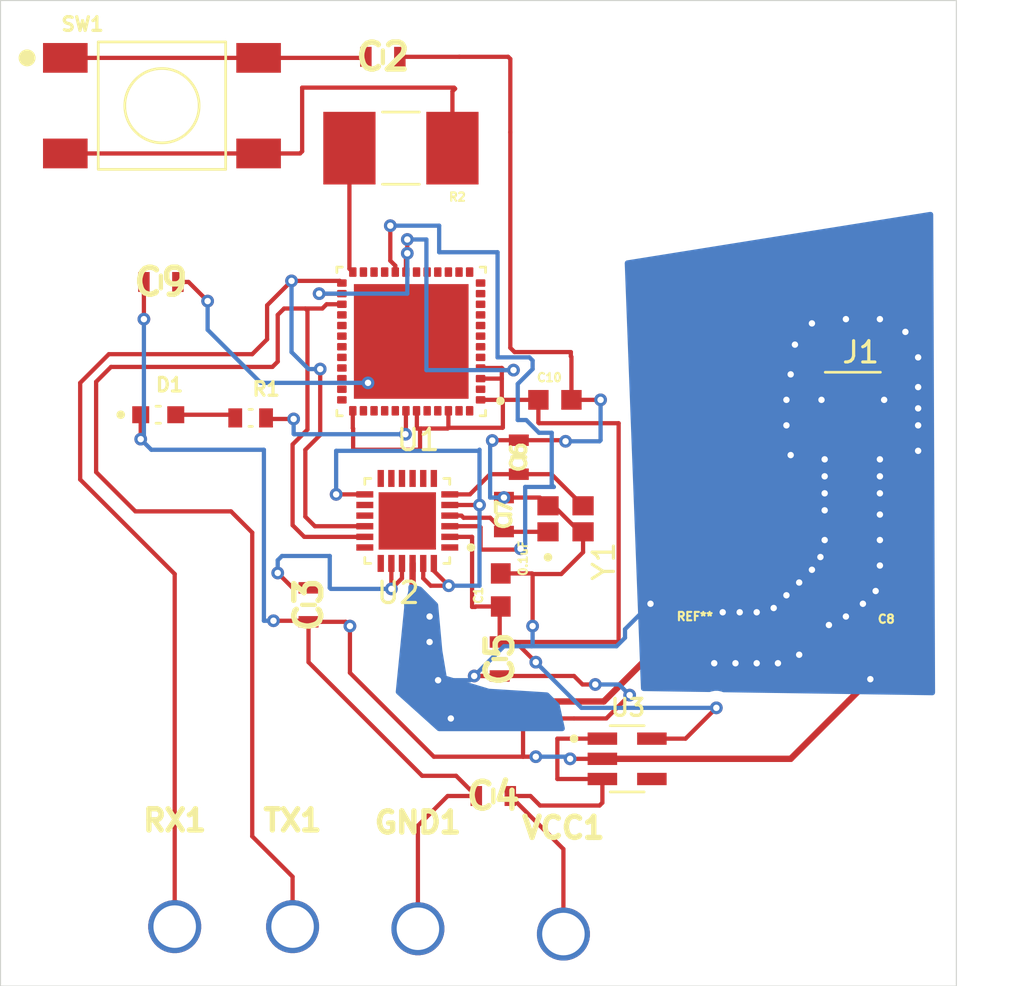
<source format=kicad_pcb>
(kicad_pcb (version 20241229) (generator "pcbnew") (generator_version "9.0")
  (layers (0 "F.Cu" signal) (2 "B.Cu" signal) (13 "F.Paste" user) (15 "B.Paste" user) (5 "F.SilkS" user "F.Silkscreen") (7 "B.SilkS" user "B.Silkscreen") (1 "F.Mask" user) (3 "B.Mask" user) (25 "Edge.Cuts" user))
  (net 0 "")
  (net 3 "Net-(D1-PadA)")
  (net 4 "ESP_GROUND")
  (net 9 "VCC")
  (net 11 "Pico_VDD")
  (net 26 "Net-(U1-GND)")
  (net 34 "Net-(C2-Pad2)")
  (net 42 "Net-(C3-Pad2)")
  (net 43 "UFL_Connector")
  (net 48 "SX1280_Crystal")
  (net 57 "ESP_RX")
  (net 58 "Button_GPIO")
  (net 59 "Net-(U1-IO4)")
  (net 60 "ESP_TX")
  (net 61 "SX1280_RESET")
  (net 62 "Net-(U2-RFIO)")
  (net 63 "Net-(U1-IO21)")
  (footprint "PAD:Via_Pad" (layer "F.Cu") (at 254.35 116.1)
    (property "Reference" "TX1")
    (property "Value" "~")
  )
  (footprint "Capacitor10uF:Capacitor10uF" (layer "F.Cu") (at 255.1 105.45 90)
    (property "Reference" "C3")
    (property "Value" "10uF" (hide yes))
  )
  (footprint "Decoup-Capacitor-0_1uF:Decoup_Capacitor_0_1uF" (layer "F.Cu") (at 266.7 95.8)
    (property "Reference" "C10")
    (property "Value" "0.1uF")
  )
  (footprint "ESP32-PICO-D4:ESP32_PICO_D4" (layer "F.Cu") (at 259.935 93.05 180)
    (property "Reference" "U1")
    (property "Value" "ESP32-PICO-D4")
  )
  (footprint "3_3nH_Inductor:Inductor_3_3nH" (layer "F.Cu") (at 273 107)
    (property "Reference" "REF**")
    (property "Value" "INDC1006X60N")
  )
  (footprint "SX1280IMLTRT:SX1280IMLTRT" (layer "F.Cu") (at 259.75 101.5 180)
    (property "Reference" "U2")
    (property "Value" "SX1280IMLTRT")
  )
  (footprint "Decoup-Capacitor-0_1uF:Decoup_Capacitor_0_1uF" (layer "F.Cu") (at 264.15 104.75 90)
    (property "Reference" "C1")
    (property "Value" "0.1uF")
  )
  (footprint "Capacitor-1_2pF:Capacitor_1_2pF" (layer "F.Cu") (at 282 107)
    (property "Reference" "C8")
    (property "Value" "1.2 pF")
  )
  (footprint "Crysta-RF-40MHz:Crysta_RF_40MHz" (layer "F.Cu") (at 267.2 101.4 90)
    (property "Reference" "Y1")
    (property "Value" "Crystal")
  )
  (footprint "PAD:Via_Pad" (layer "F.Cu") (at 260.25 116.2)
    (property "Reference" "GND1")
    (property "Value" "~")
  )
  (footprint "Capacitor10uF:Capacitor10uF" (layer "F.Cu") (at 264.3 101.2 90)
    (property "Reference" "C7")
    (property "Value" "10uF" (hide yes))
  )
  (footprint "Capacitor10uF:Capacitor10uF" (layer "F.Cu") (at 265 98.5 90)
    (property "Reference" "C6")
    (property "Value" "10uF" (hide yes))
  )
  (footprint "Capacitor10uF:Capacitor10uF" (layer "F.Cu") (at 264.1 108 -90)
    (property "Reference" "C5")
    (property "Value" "10uF" (hide yes))
  )
  (footprint "Capacitor10uF:Capacitor10uF" (layer "F.Cu") (at 258.6 79.65 180)
    (property "Reference" "C2")
    (property "Value" "10uF" (hide yes))
  )
  (footprint "U.FL-R-SMT_01_:U.FL_R_SMT_01" (layer "F.Cu") (at 280.725 95.8)
    (property "Reference" "J1")
    (property "Value" "U.FL-R-SMT_01_")
  )
  (footprint "Capacitor10uF:Capacitor10uF" (layer "F.Cu") (at 248.15 90.25 180)
    (property "Reference" "C9")
    (property "Value" "10uF" (hide yes))
  )
  (footprint "PAD:Via_Pad" (layer "F.Cu") (at 248.8 116.1)
    (property "Reference" "RX1")
    (property "Value" "~")
  )
  (footprint "10kResist:10kResist" (layer "F.Cu") (at 252.375 96.65)
    (property "Reference" "R1")
    (property "Value" "10k_Resist")
  )
  (footprint "LDO-3v-500mA:LDO_3v_500mA" (layer "F.Cu") (at 270.1 112.7)
    (property "Reference" "U3")
    (property "Value" "LDO")
  )
  (footprint "PAD:Via_Pad" (layer "F.Cu") (at 267.1 116.45)
    (property "Reference" "VCC1")
    (property "Value" "~")
  )
  (footprint "1kResist:1kResist" (layer "F.Cu") (at 259.45 83.95 180)
    (property "Reference" "R2")
    (property "Value" "1KOhms")
  )
  (footprint "boot-button1:boot_button1" (layer "F.Cu") (at 248.2 81.95)
    (property "Reference" "SW1")
    (property "Value" "Button")
  )
  (footprint "Capacitor10uF:Capacitor10uF" (layer "F.Cu") (at 263.8 114.45 180)
    (property "Reference" "C4")
    (property "Value" "10uF" (hide yes))
  )
  (footprint "LED_SML_D12M1WT86:LED_SML_D12M1WT86" (layer "F.Cu") (at 248.025 96.5)
    (property "Reference" "D1")
    (property "Value" "LED")
  )
  (gr_rect (start 240.6 77) (end 285.6 123.4) (stroke (width 0.05)) (fill no) (layer "Edge.Cuts"))
  (segment (start 251.5 96.5) (end 251.65 96.65) (width 0.2) (layer "F.Cu") (net 3))
  (segment (start 248.85 96.5) (end 251.5 96.5) (width 0.2) (layer "F.Cu") (net 3))
  (segment (start 280.55 109.95) (end 281.55 108.95) (width 0.3) (layer "F.Cu") (net 4))
  (segment (start 279.25 95.8) (end 279.25 93.35) (width 0.3) (layer "F.Cu") (net 4))
  (segment (start 265 97.7) (end 263.765 97.7) (width 0.2) (layer "F.Cu") (net 4))
  (segment (start 260.45 113.5) (end 262.05 113.5) (width 0.2) (layer "F.Cu") (net 4))
  (segment (start 267.6 110.8) (end 265.6 110.8) (width 0.2) (layer "F.Cu") (net 4))
  (segment (start 267.2 97.75) (end 267.15 97.7) (width 0.2) (layer "F.Cu") (net 4))
  (segment (start 262.2 79.65) (end 264.5 79.65) (width 0.2) (layer "F.Cu") (net 4))
  (segment (start 279.4 93.2) (end 281.4 93.2) (width 0.3) (layer "F.Cu") (net 4))
  (segment (start 255.05 106.2) (end 255.1 106.25) (width 0.2) (layer "F.Cu") (net 4))
  (segment (start 267 104) (end 265.65 104) (width 0.2) (layer "F.Cu") (net 4))
  (segment (start 267.15 97.7) (end 265 97.7) (width 0.2) (layer "F.Cu") (net 4))
  (segment (start 264.8 93.55) (end 267.45 93.55) (width 0.2) (layer "F.Cu") (net 4))
  (segment (start 268.025 102.975) (end 267 104) (width 0.2) (layer "F.Cu") (net 4))
  (segment (start 257.05 106.45) (end 256.85 106.25) (width 0.2) (layer "F.Cu") (net 4))
  (segment (start 265.622 103.972) (end 265.65 104) (width 0.2) (layer "F.Cu") (net 4))
  (segment (start 268 109.2) (end 268.6 109.2) (width 0.2) (layer "F.Cu") (net 4))
  (segment (start 274.2 105.4) (end 274.6 105.8) (width 0.2) (layer "F.Cu") (net 4))
  (segment (start 265.2 111.2) (end 265.2 112.6) (width 0.2) (layer "F.Cu") (net 4))
  (segment (start 261 112.6) (end 265.2 112.6) (width 0.2) (layer "F.Cu") (net 4))
  (segment (start 281.4 93.2) (end 281.6 93) (width 0.3) (layer "F.Cu") (net 4))
  (segment (start 271.2 105.4) (end 274.2 105.4) (width 0.2) (layer "F.Cu") (net 4))
  (segment (start 270.219238 109.700001) (end 269.119239 110.8) (width 0.2) (layer "F.Cu") (net 4))
  (segment (start 264.6 83.2) (end 264.6 93.35) (width 0.2) (layer "F.Cu") (net 4))
  (segment (start 253.45 106.2) (end 255.05 106.2) (width 0.2) (layer "F.Cu") (net 4))
  (segment (start 269.119239 110.8) (end 267.6 110.8) (width 0.2) (layer "F.Cu") (net 4))
  (segment (start 279.25 95.8) (end 279 95.8) (width 0.3) (layer "F.Cu") (net 4))
  (segment (start 259.4 79.65) (end 262.2 79.65) (width 0.2) (layer "F.Cu") (net 4))
  (segment (start 257.05 106.45) (end 257.05 108.65) (width 0.2) (layer "F.Cu") (net 4))
  (segment (start 279.25 93.35) (end 279.4 93.2) (width 0.3) (layer "F.Cu") (net 4))
  (segment (start 264.15 103.972) (end 265.622 103.972) (width 0.2) (layer "F.Cu") (net 4))
  (segment (start 263.765 97.7) (end 263.75 97.715) (width 0.2) (layer "F.Cu") (net 4))
  (segment (start 262.05 113.5) (end 263 114.45) (width 0.2) (layer "F.Cu") (net 4))
  (segment (start 255.1 106.25) (end 255.1 108.15) (width 0.2) (layer "F.Cu") (net 4))
  (segment (start 283.4 95.8) (end 283.8 96.2) (width 0.3) (layer "F.Cu") (net 4))
  (segment (start 264.3 100.4) (end 265.9875 100.4) (width 0.2) (layer "F.Cu") (net 4))
  (segment (start 281.6 93) (end 282.2 93) (width 0.3) (layer "F.Cu") (net 4))
  (segment (start 265.2 112.6) (end 265.8 112.6) (width 0.2) (layer "F.Cu") (net 4))
  (segment (start 264.6 93.35) (end 264.8 93.55) (width 0.2) (layer "F.Cu") (net 4))
  (segment (start 267.478 95.8) (end 268.85 95.8) (width 0.2) (layer "F.Cu") (net 4))
  (segment (start 247.2 96.5) (end 247.2 97.65) (width 0.2) (layer "F.Cu") (net 4))
  (segment (start 265.65 104) (end 265.65 106.45) (width 0.2) (layer "F.Cu") (net 4))
  (segment (start 260.25 115.85) (end 261.65 114.45) (width 0.2) (layer "F.Cu") (net 4))
  (segment (start 265.6 110.8) (end 265.2 111.2) (width 0.2) (layer "F.Cu") (net 4))
  (segment (start 268.025 102.0125) (end 268.025 102.975) (width 0.2) (layer "F.Cu") (net 4))
  (segment (start 257.05 108.65) (end 261 112.6) (width 0.2) (layer "F.Cu") (net 4))
  (segment (start 262.9 108.8) (end 267.6 108.8) (width 0.2) (layer "F.Cu") (net 4))
  (segment (start 267.478 93.778) (end 267.478 95.8) (width 0.2) (layer "F.Cu") (net 4))
  (segment (start 267.45 93.55) (end 267.45 93.75) (width 0.2) (layer "F.Cu") (net 4))
  (segment (start 255.1 108.15) (end 260.45 113.5) (width 0.2) (layer "F.Cu") (net 4))
  (segment (start 268.935 112.7) (end 267.415 112.7) (width 0.2) (layer "F.Cu") (net 4))
  (segment (start 266.6375 100.7875) (end 267.8625 102.0125) (width 0.2) (layer "F.Cu") (net 4))
  (segment (start 266.375 100.7875) (end 266.6375 100.7875) (width 0.2) (layer "F.Cu") (net 4))
  (segment (start 260.25 115.85) (end 260.25 120.7) (width 0.2) (layer "F.Cu") (net 4))
  (segment (start 281.55 108.95) (end 282.427 108.073) (width 0.3) (layer "F.Cu") (net 4))
  (segment (start 264.5 79.65) (end 264.6 79.75) (width 0.2) (layer "F.Cu") (net 4))
  (segment (start 279 95.8) (end 277.8 94.6) (width 0.3) (layer "F.Cu") (net 4))
  (segment (start 256.85 106.25) (end 255.1 106.25) (width 0.2) (layer "F.Cu") (net 4))
  (segment (start 264.6 79.75) (end 264.6 83.2) (width 0.2) (layer "F.Cu") (net 4))
  (segment (start 282.2 95.8) (end 283.4 95.8) (width 0.3) (layer "F.Cu") (net 4))
  (segment (start 267.8625 102.0125) (end 268.025 102.0125) (width 0.2) (layer "F.Cu") (net 4))
  (segment (start 268.935 112.7) (end 277.8 112.7) (width 0.3) (layer "F.Cu") (net 4))
  (segment (start 282.2 93) (end 282.2 95.8) (width 0.3) (layer "F.Cu") (net 4))
  (segment (start 247.35 90.25) (end 247.35 92) (width 0.2) (layer "F.Cu") (net 4))
  (segment (start 282.427 108.073) (end 282.427 107) (width 0.3) (layer "F.Cu") (net 4))
  (segment (start 264.1 108.8) (end 262.9 108.8) (width 0.2) (layer "F.Cu") (net 4))
  (segment (start 267.45 93.75) (end 267.478 93.778) (width 0.2) (layer "F.Cu") (net 4))
  (segment (start 265.9875 100.4) (end 266.375 100.7875) (width 0.2) (layer "F.Cu") (net 4))
  (segment (start 261.65 114.45) (end 263 114.45) (width 0.2) (layer "F.Cu") (net 4))
  (segment (start 277.8 112.7) (end 280.55 109.95) (width 0.3) (layer "F.Cu") (net 4))
  (segment (start 267.6 108.8) (end 268 109.2) (width 0.2) (layer "F.Cu") (net 4))
  (via (at 263.75 97.715) (size 0.6) (drill 0.3) (layers "F.Cu" "B.Cu") (net 4))
  (via (at 260.8 106) (size 0.6) (drill 0.3) (layers "F.Cu" "B.Cu") (net 4))
  (via (at 277.2 108.2) (size 0.6) (drill 0.3) (layers "F.Cu" "B.Cu") (net 4))
  (via (at 274.2 108.2) (size 0.6) (drill 0.3) (layers "F.Cu" "B.Cu") (net 4))
  (via (at 283.8 95.2) (size 0.6) (drill 0.3) (layers "F.Cu" "B.Cu") (net 4))
  (via (at 282 98.6) (size 0.6) (drill 0.3) (layers "F.Cu" "B.Cu") (net 4))
  (via (at 276.2 105.8) (size 0.6) (drill 0.3) (layers "F.Cu" "B.Cu") (net 4))
  (via (at 278.2 107.8) (size 0.6) (drill 0.3) (layers "F.Cu" "B.Cu") (net 4))
  (via (at 277.8 98.4) (size 0.6) (drill 0.3) (layers "F.Cu" "B.Cu") (net 4))
  (via (at 282 92) (size 0.6) (drill 0.3) (layers "F.Cu" "B.Cu") (net 4))
  (via (at 253.45 106.2) (size 0.6) (drill 0.3) (layers "F.Cu" "B.Cu") (net 4))
  (via (at 270.219238 109.700001) (size 0.6) (drill 0.3) (layers "F.Cu" "B.Cu") (net 4))
  (via (at 283.8 98.2) (size 0.6) (drill 0.3) (layers "F.Cu" "B.Cu") (net 4))
  (via (at 280.4 92) (size 0.6) (drill 0.3) (layers "F.Cu" "B.Cu") (net 4))
  (via (at 247.2 97.65) (size 0.6) (drill 0.3) (layers "F.Cu" "B.Cu") (net 4))
  (via (at 277.6 95.8) (size 0.6) (drill 0.3) (layers "F.Cu" "B.Cu") (net 4))
  (via (at 283.8 97) (size 0.6) (drill 0.3) (layers "F.Cu" "B.Cu") (net 4))
  (via (at 262.9 108.8) (size 0.6) (drill 0.3) (layers "F.Cu" "B.Cu") (net 4))
  (via (at 275.2 108.2) (size 0.6) (drill 0.3) (layers "F.Cu" "B.Cu") (net 4))
  (via (at 257.05 106.45) (size 0.6) (drill 0.3) (layers "F.Cu" "B.Cu") (net 4))
  (via (at 282 101.2) (size 0.6) (drill 0.3) (layers "F.Cu" "B.Cu") (net 4))
  (via (at 279.25 95.8) (size 0.6) (drill 0.3) (layers "F.Cu" "B.Cu") (net 4))
  (via (at 279.2 103.2) (size 0.6) (drill 0.3) (layers "F.Cu" "B.Cu") (net 4))
  (via (at 282 102.4) (size 0.6) (drill 0.3) (layers "F.Cu" "B.Cu") (net 4))
  (via (at 283.2 92.6) (size 0.6) (drill 0.3) (layers "F.Cu" "B.Cu") (net 4))
  (via (at 277.8 94.6) (size 0.6) (drill 0.3) (layers "F.Cu" "B.Cu") (net 4))
  (via (at 277.6 105) (size 0.6) (drill 0.3) (layers "F.Cu" "B.Cu") (net 4))
  (via (at 261.8 110.8) (size 0.6) (drill 0.3) (layers "F.Cu" "B.Cu") (net 4))
  (via (at 271.2 105.4) (size 0.6) (drill 0.3) (layers "F.Cu" "B.Cu") (net 4))
  (via (at 277 105.6) (size 0.6) (drill 0.3) (layers "F.Cu" "B.Cu") (net 4))
  (via (at 277.6 97) (size 0.6) (drill 0.3) (layers "F.Cu" "B.Cu") (net 4))
  (via (at 267.2 97.75) (size 0.6) (drill 0.3) (layers "F.Cu" "B.Cu") (net 4))
  (via (at 279.4 102.4) (size 0.6) (drill 0.3) (layers "F.Cu" "B.Cu") (net 4))
  (via (at 247.35 92) (size 0.6) (drill 0.3) (layers "F.Cu" "B.Cu") (net 4))
  (via (at 279.4 99.4) (size 0.6) (drill 0.3) (layers "F.Cu" "B.Cu") (net 4))
  (via (at 282 99.4) (size 0.6) (drill 0.3) (layers "F.Cu" "B.Cu") (net 4))
  (via (at 280.4 106) (size 0.6) (drill 0.3) (layers "F.Cu" "B.Cu") (net 4))
  (via (at 283.8 96.2) (size 0.6) (drill 0.3) (layers "F.Cu" "B.Cu") (net 4))
  (via (at 278.8 92.2) (size 0.6) (drill 0.3) (layers "F.Cu" "B.Cu") (net 4))
  (via (at 261.2 109) (size 0.6) (drill 0.3) (layers "F.Cu" "B.Cu") (net 4))
  (via (at 265.8 112.6) (size 0.6) (drill 0.3) (layers "F.Cu" "B.Cu") (net 4))
  (via (at 279.4 100.2) (size 0.6) (drill 0.3) (layers "F.Cu" "B.Cu") (net 4))
  (via (at 275.4 105.8) (size 0.6) (drill 0.3) (layers "F.Cu" "B.Cu") (net 4))
  (via (at 279.4 98.6) (size 0.6) (drill 0.3) (layers "F.Cu" "B.Cu") (net 4))
  (via (at 267.415 112.7) (size 0.6) (drill 0.3) (layers "F.Cu" "B.Cu") (net 4))
  (via (at 282.2 95.8) (size 0.6) (drill 0.3) (layers "F.Cu" "B.Cu") (net 4))
  (via (at 278.2 104.4) (size 0.6) (drill 0.3) (layers "F.Cu" "B.Cu") (net 4))
  (via (at 265.65 106.45) (size 0.6) (drill 0.3) (layers "F.Cu" "B.Cu") (net 4))
  (via (at 282 103.6) (size 0.6) (drill 0.3) (layers "F.Cu" "B.Cu") (net 4))
  (via (at 281.55 108.95) (size 0.6) (drill 0.3) (layers "F.Cu" "B.Cu") (net 4))
  (via (at 279.6 106.4) (size 0.6) (drill 0.3) (layers "F.Cu" "B.Cu") (net 4))
  (via (at 278 93.2) (size 0.6) (drill 0.3) (layers "F.Cu" "B.Cu") (net 4))
  (via (at 276.2 108.2) (size 0.6) (drill 0.3) (layers "F.Cu" "B.Cu") (net 4))
  (via (at 282 100.2) (size 0.6) (drill 0.3) (layers "F.Cu" "B.Cu") (net 4))
  (via (at 281.2 105.4) (size 0.6) (drill 0.3) (layers "F.Cu" "B.Cu") (net 4))
  (via (at 264.3 100.4) (size 0.6) (drill 0.3) (layers "F.Cu" "B.Cu") (net 4))
  (via (at 283.8 93.8) (size 0.6) (drill 0.3) (layers "F.Cu" "B.Cu") (net 4))
  (via (at 279.4 101) (size 0.6) (drill 0.3) (layers "F.Cu" "B.Cu") (net 4))
  (via (at 274.6 105.8) (size 0.6) (drill 0.3) (layers "F.Cu" "B.Cu") (net 4))
  (via (at 268.85 95.8) (size 0.6) (drill 0.3) (layers "F.Cu" "B.Cu") (net 4))
  (via (at 278.8 103.8) (size 0.6) (drill 0.3) (layers "F.Cu" "B.Cu") (net 4))
  (via (at 268.6 109.2) (size 0.6) (drill 0.3) (layers "F.Cu" "B.Cu") (net 4))
  (via (at 260.8 107.2) (size 0.6) (drill 0.3) (layers "F.Cu" "B.Cu") (net 4))
  (via (at 281.8 104.8) (size 0.6) (drill 0.3) (layers "F.Cu" "B.Cu") (net 4))
  (segment (start 268.85 97.7) (end 268.8 97.75) (width 0.2) (layer "B.Cu") (net 4))
  (segment (start 263.65 97.815) (end 263.65 100.4) (width 0.2) (layer "B.Cu") (net 4))
  (segment (start 265.65 106.45) (end 265.65 107.35) (width 0.2) (layer "B.Cu") (net 4))
  (segment (start 247.35 97.5) (end 247.2 97.65) (width 0.2) (layer "B.Cu") (net 4))
  (segment (start 247.2 97.65) (end 247.7 98.15) (width 0.2) (layer "B.Cu") (net 4))
  (segment (start 262.7 109) (end 262.9 108.8) (width 0.2) (layer "B.Cu") (net 4))
  (segment (start 268.6 109.2) (end 269.719237 109.2) (width 0.2) (layer "B.Cu") (net 4))
  (segment (start 247.7 98.15) (end 253 98.15) (width 0.2) (layer "B.Cu") (net 4))
  (segment (start 268.85 95.8) (end 268.85 97.7) (width 0.2) (layer "B.Cu") (net 4))
  (segment (start 270 106.6) (end 271.2 105.4) (width 0.2) (layer "B.Cu") (net 4))
  (segment (start 265.8 112.6) (end 267.315 112.6) (width 0.2) (layer "B.Cu") (net 4))
  (segment (start 269.719237 109.2) (end 270.219238 109.700001) (width 0.2) (layer "B.Cu") (net 4))
  (segment (start 253 106.2) (end 253.45 106.2) (width 0.2) (layer "B.Cu") (net 4))
  (segment (start 247.35 92) (end 247.35 97.5) (width 0.2) (layer "B.Cu") (net 4))
  (segment (start 268.8 97.75) (end 267.2 97.75) (width 0.2) (layer "B.Cu") (net 4))
  (segment (start 270 107) (end 270 106.6) (width 0.2) (layer "B.Cu") (net 4))
  (segment (start 265.65 107.35) (end 265.6 107.4) (width 0.2) (layer "B.Cu") (net 4))
  (segment (start 263.65 100.4) (end 264.3 100.4) (width 0.2) (layer "B.Cu") (net 4))
  (segment (start 261.2 109) (end 262.7 109) (width 0.2) (layer "B.Cu") (net 4))
  (segment (start 263.75 97.715) (end 263.65 97.815) (width 0.2) (layer "B.Cu") (net 4))
  (segment (start 253 98.15) (end 253 106.2) (width 0.2) (layer "B.Cu") (net 4))
  (segment (start 264.3 107.4) (end 265.6 107.4) (width 0.2) (layer "B.Cu") (net 4))
  (segment (start 267.315 112.6) (end 267.415 112.7) (width 0.2) (layer "B.Cu") (net 4))
  (segment (start 269.6 107.4) (end 270 107) (width 0.2) (layer "B.Cu") (net 4))
  (segment (start 262.9 108.8) (end 264.3 107.4) (width 0.2) (layer "B.Cu") (net 4))
  (segment (start 257.05 106.45) (end 256.95 106.55) (width 0.2) (layer "B.Cu") (net 4))
  (segment (start 265.6 107.4) (end 269.6 107.4) (width 0.2) (layer "B.Cu") (net 4))
  (segment (start 268.935 114.765) (end 268.8 114.9) (width 0.2) (layer "F.Cu") (net 9))
  (segment (start 265.55 114.45) (end 264.6 114.45) (width 0.2) (layer "F.Cu") (net 9))
  (segment (start 268.8 114.9) (end 266 114.9) (width 0.2) (layer "F.Cu") (net 9))
  (segment (start 268.935 113.65) (end 268.935 114.765) (width 0.2) (layer "F.Cu") (net 9))
  (segment (start 268.935 111.75) (end 266.815 111.75) (width 0.2) (layer "F.Cu") (net 9))
  (segment (start 266.815 111.75) (end 266.815 113.65) (width 0.2) (layer "F.Cu") (net 9))
  (segment (start 264.6 114.45) (end 267.1 116.95) (width 0.2) (layer "F.Cu") (net 9))
  (segment (start 266 114.9) (end 265.55 114.45) (width 0.2) (layer "F.Cu") (net 9))
  (segment (start 266.815 113.65) (end 268.935 113.65) (width 0.2) (layer "F.Cu") (net 9))
  (segment (start 267.1 116.95) (end 267.1 120.95) (width 0.2) (layer "F.Cu") (net 9))
  (segment (start 262.8 102.25) (end 262.8 105.55) (width 0.2) (layer "F.Cu") (net 11))
  (segment (start 264.2 94.8) (end 264.2 95.8) (width 0.2) (layer "F.Cu") (net 11))
  (segment (start 272.85 111.75) (end 271.265 111.75) (width 0.2) (layer "F.Cu") (net 11))
  (segment (start 260.4 97.15) (end 261.65 97.15) (width 0.2) (layer "F.Cu") (net 11))
  (segment (start 257.2 97.15) (end 257.2 98.15) (width 0.2) (layer "F.Cu") (net 11))
  (segment (start 262.972 105.528) (end 264.15 105.528) (width 0.2) (layer "F.Cu") (net 11))
  (segment (start 265.922 96.872) (end 265.922 95.8) (width 0.2) (layer "F.Cu") (net 11))
  (segment (start 264.3 94.4) (end 264.2 94.3) (width 0.2) (layer "F.Cu") (net 11))
  (segment (start 264.1 107.2) (end 264.85 107.2) (width 0.2) (layer "F.Cu") (net 11))
  (segment (start 259.75 88.9) (end 259.75 88.25) (width 0.2) (layer "F.Cu") (net 11))
  (segment (start 264.235 97.115) (end 264.25 97.1) (width 0.2) (layer "F.Cu") (net 11))
  (segment (start 264.1 105.578) (end 264.15 105.528) (width 0.2) (layer "F.Cu") (net 11))
  (segment (start 264.75 94.4) (end 264.3 94.4) (width 0.2) (layer "F.Cu") (net 11))
  (segment (start 264.1 107.2) (end 269.7 107.2) (width 0.2) (layer "F.Cu") (net 11))
  (segment (start 260.2 97.15) (end 260.4 97.15) (width 0.2) (layer "F.Cu") (net 11))
  (segment (start 260.185 96.315) (end 260.2 96.33) (width 0.2) (layer "F.Cu") (net 11))
  (segment (start 261.685 97.115) (end 261.685 96.315) (width 0.2) (layer "F.Cu") (net 11))
  (segment (start 260.35 97.2) (end 260.4 97.15) (width 0.2) (layer "F.Cu") (net 11))
  (segment (start 259.685 88.965) (end 259.685 89.785) (width 0.2) (layer "F.Cu") (net 11))
  (segment (start 259.75 88.9) (end 259.685 88.965) (width 0.2) (layer "F.Cu") (net 11))
  (segment (start 263.2 95.8) (end 264.2 95.8) (width 0.2) (layer "F.Cu") (net 11))
  (segment (start 262.8 105.55) (end 262.95 105.55) (width 0.2) (layer "F.Cu") (net 11))
  (segment (start 257.185 96.315) (end 257.185 97.135) (width 0.2) (layer "F.Cu") (net 11))
  (segment (start 274.3 110.3) (end 272.85 111.75) (width 0.2) (layer "F.Cu") (net 11))
  (segment (start 269.7 107.2) (end 269.7 96.9) (width 0.2) (layer "F.Cu") (net 11))
  (segment (start 264.1 107.2) (end 264.1 105.578) (width 0.2) (layer "F.Cu") (net 11))
  (segment (start 260.2 96.33) (end 260.2 97.15) (width 0.2) (layer "F.Cu") (net 11))
  (segment (start 265.95 96.9) (end 265.922 96.872) (width 0.2) (layer "F.Cu") (net 11))
  (segment (start 261.685 97.115) (end 264.235 97.115) (width 0.2) (layer "F.Cu") (net 11))
  (segment (start 257.185 97.135) (end 257.2 97.15) (width 0.2) (layer "F.Cu") (net 11))
  (segment (start 264.25 95.85) (end 264.2 95.8) (width 0.2) (layer "F.Cu") (net 11))
  (segment (start 256.67 90.8) (end 255.6 90.8) (width 0.2) (layer "F.Cu") (net 11))
  (segment (start 257.2 98.15) (end 260.35 98.15) (width 0.2) (layer "F.Cu") (net 11))
  (segment (start 261.75 102.25) (end 262.8 102.25) (width 0.2) (layer "F.Cu") (net 11))
  (segment (start 264.2 94.3) (end 264.2 94.8) (width 0.2) (layer "F.Cu") (net 11))
  (segment (start 262.95 105.55) (end 262.972 105.528) (width 0.2) (layer "F.Cu") (net 11))
  (segment (start 260.35 98.15) (end 260.35 97.2) (width 0.2) (layer "F.Cu") (net 11))
  (segment (start 264.85 107.2) (end 265.8 108.15) (width 0.2) (layer "F.Cu") (net 11))
  (segment (start 264.25 97.1) (end 264.25 95.85) (width 0.2) (layer "F.Cu") (net 11))
  (segment (start 263.2 94.3) (end 264.2 94.3) (width 0.2) (layer "F.Cu") (net 11))
  (segment (start 261.65 97.15) (end 261.685 97.115) (width 0.2) (layer "F.Cu") (net 11))
  (segment (start 269.7 96.9) (end 265.95 96.9) (width 0.2) (layer "F.Cu") (net 11))
  (segment (start 263.2 94.8) (end 264.2 94.8) (width 0.2) (layer "F.Cu") (net 11))
  (segment (start 264.2 95.8) (end 265.922 95.8) (width 0.2) (layer "F.Cu") (net 11))
  (via (at 259.75 88.25) (size 0.6) (drill 0.3) (layers "F.Cu" "B.Cu") (net 11))
  (via (at 255.6 90.8) (size 0.6) (drill 0.3) (layers "F.Cu" "B.Cu") (net 11))
  (via (at 265.8 108.15) (size 0.6) (drill 0.3) (layers "F.Cu" "B.Cu") (net 11))
  (via (at 264.75 94.4) (size 0.6) (drill 0.3) (layers "F.Cu" "B.Cu") (net 11))
  (via (at 274.3 110.3) (size 0.6) (drill 0.3) (layers "F.Cu" "B.Cu") (net 11))
  (via (at 259.75 88.9) (size 0.6) (drill 0.3) (layers "F.Cu" "B.Cu") (net 11))
  (segment (start 259.75 90.8) (end 259.75 89.8) (width 0.2) (layer "B.Cu") (net 11))
  (segment (start 259.75 89.8) (end 259.75 88.9) (width 0.2) (layer "B.Cu") (net 11))
  (segment (start 260.65 94.4) (end 264.75 94.4) (width 0.2) (layer "B.Cu") (net 11))
  (segment (start 259.75 88.25) (end 260.65 88.25) (width 0.2) (layer "B.Cu") (net 11))
  (segment (start 265.8 108.15) (end 267.95 110.3) (width 0.2) (layer "B.Cu") (net 11))
  (segment (start 267.95 110.3) (end 274.3 110.3) (width 0.2) (layer "B.Cu") (net 11))
  (segment (start 260.65 88.25) (end 260.65 94.4) (width 0.2) (layer "B.Cu") (net 11))
  (segment (start 255.6 90.8) (end 259.75 90.8) (width 0.2) (layer "B.Cu") (net 11))
  (segment (start 257.985 95) (end 257.9 95) (width 0.2) (layer "F.Cu") (net 26))
  (segment (start 249.45 90.25) (end 250.35 91.15) (width 0.2) (layer "F.Cu") (net 26))
  (segment (start 259.935 93.05) (end 257.985 95) (width 0.2) (layer "F.Cu") (net 26))
  (segment (start 248.95 90.25) (end 249.45 90.25) (width 0.2) (layer "F.Cu") (net 26))
  (via (at 250.35 91.15) (size 0.6) (drill 0.3) (layers "F.Cu" "B.Cu") (net 26))
  (via (at 257.9 95) (size 0.6) (drill 0.3) (layers "F.Cu" "B.Cu") (net 26))
  (segment (start 250.35 92.5) (end 250.35 91.15) (width 0.2) (layer "B.Cu") (net 26))
  (segment (start 257.9 95) (end 252.85 95) (width 0.2) (layer "B.Cu") (net 26))
  (segment (start 252.85 95) (end 250.35 92.5) (width 0.2) (layer "B.Cu") (net 26))
  (segment (start 243.65 79.7) (end 252.75 79.7) (width 0.2) (layer "F.Cu") (net 34))
  (segment (start 257.75 79.7) (end 257.8 79.65) (width 0.2) (layer "F.Cu") (net 34))
  (segment (start 252.75 79.7) (end 257.75 79.7) (width 0.2) (layer "F.Cu") (net 34))
  (segment (start 259.5 103.5) (end 259.5 104.2) (width 0.2) (layer "F.Cu") (net 42))
  (segment (start 254.35 104.65) (end 253.65 103.95) (width 0.2) (layer "F.Cu") (net 42))
  (segment (start 261 103.5) (end 261 103.85) (width 0.2) (layer "F.Cu") (net 42))
  (segment (start 260.85 104.55) (end 261.7 104.55) (width 0.2) (layer "F.Cu") (net 42))
  (segment (start 257.75 100.25) (end 256.4 100.25) (width 0.2) (layer "F.Cu") (net 42))
  (segment (start 260.5 103.5) (end 260.5 104.2) (width 0.2) (layer "F.Cu") (net 42))
  (segment (start 259.5 104.2) (end 259 104.7) (width 0.2) (layer "F.Cu") (net 42))
  (segment (start 261.75 100.75) (end 263.15 100.75) (width 0.2) (layer "F.Cu") (net 42))
  (segment (start 259 103.5) (end 259 104.7) (width 0.2) (layer "F.Cu") (net 42))
  (segment (start 255.1 104.65) (end 254.35 104.65) (width 0.2) (layer "F.Cu") (net 42))
  (segment (start 260.5 104.2) (end 260.85 104.55) (width 0.2) (layer "F.Cu") (net 42))
  (segment (start 261 103.85) (end 261.7 104.55) (width 0.2) (layer "F.Cu") (net 42))
  (via (at 261.7 104.55) (size 0.6) (drill 0.3) (layers "F.Cu" "B.Cu") (net 42))
  (via (at 259 104.7) (size 0.6) (drill 0.3) (layers "F.Cu" "B.Cu") (net 42))
  (via (at 253.65 103.95) (size 0.6) (drill 0.3) (layers "F.Cu" "B.Cu") (net 42))
  (via (at 263.15 100.75) (size 0.6) (drill 0.3) (layers "F.Cu" "B.Cu") (net 42))
  (via (at 256.4 100.25) (size 0.6) (drill 0.3) (layers "F.Cu" "B.Cu") (net 42))
  (segment (start 256.4 100.25) (end 256.4 98.2) (width 0.2) (layer "B.Cu") (net 42))
  (segment (start 259 104.7) (end 256.15 104.7) (width 0.2) (layer "B.Cu") (net 42))
  (segment (start 263.1 98.2) (end 263.15 98.15) (width 0.2) (layer "B.Cu") (net 42))
  (segment (start 263.15 98.15) (end 263.15 100.75) (width 0.2) (layer "B.Cu") (net 42))
  (segment (start 263.15 104.55) (end 261.7 104.55) (width 0.2) (layer "B.Cu") (net 42))
  (segment (start 253.85 103.15) (end 253.65 103.35) (width 0.2) (layer "B.Cu") (net 42))
  (segment (start 256.1 104.65) (end 256.1 103.15) (width 0.2) (layer "B.Cu") (net 42))
  (segment (start 256.4 98.2) (end 263.1 98.2) (width 0.2) (layer "B.Cu") (net 42))
  (segment (start 253.65 103.95) (end 253.65 103.35) (width 0.2) (layer "B.Cu") (net 42))
  (segment (start 256.1 103.15) (end 253.85 103.15) (width 0.2) (layer "B.Cu") (net 42))
  (segment (start 263.15 100.75) (end 263.15 104.55) (width 0.2) (layer "B.Cu") (net 42))
  (segment (start 256.15 104.7) (end 256.1 104.65) (width 0.2) (layer "B.Cu") (net 42))
  (segment (start 277.4 107) (end 280.8 103.6) (width 1.4) (layer "F.Cu") (net 43))
  (segment (start 281.573 107) (end 277.4 107) (width 0.5) (layer "F.Cu") (net 43))
  (segment (start 280.725 100.525) (end 280.725 97.35) (width 1.4) (layer "F.Cu") (net 43))
  (segment (start 277.4 107) (end 274 107) (width 1.4) (layer "F.Cu") (net 43))
  (segment (start 280.8 103.6) (end 280.8 100.6) (width 1.4) (layer "F.Cu") (net 43))
  (segment (start 280.8 100.6) (end 280.725 100.525) (width 1.4) (layer "F.Cu") (net 43))
  (segment (start 263.65 99.3) (end 265 99.3) (width 0.2) (layer "F.Cu") (net 48))
  (segment (start 264.45 102) (end 264.4625 102.0125) (width 0.2) (layer "F.Cu") (net 48))
  (segment (start 262.4 101.35) (end 263.65 101.35) (width 0.2) (layer "F.Cu") (net 48))
  (segment (start 265 99.3) (end 266.5375 99.3) (width 0.2) (layer "F.Cu") (net 48))
  (segment (start 263.65 101.35) (end 264.3 102) (width 0.2) (layer "F.Cu") (net 48))
  (segment (start 262.3 101.25) (end 262.4 101.35) (width 0.2) (layer "F.Cu") (net 48))
  (segment (start 261.75 101.25) (end 262.3 101.25) (width 0.2) (layer "F.Cu") (net 48))
  (segment (start 266.5375 99.3) (end 268.025 100.7875) (width 0.2) (layer "F.Cu") (net 48))
  (segment (start 264.3 102) (end 264.45 102) (width 0.2) (layer "F.Cu") (net 48))
  (segment (start 261.75 100.25) (end 262.7 100.25) (width 0.2) (layer "F.Cu") (net 48))
  (segment (start 264.4625 102.0125) (end 266.375 102.0125) (width 0.2) (layer "F.Cu") (net 48))
  (segment (start 262.7 100.25) (end 263.65 99.3) (width 0.2) (layer "F.Cu") (net 48))
  (segment (start 254.301 90.199) (end 254.3 90.2) (width 0.2) (layer "F.Cu") (net 57))
  (segment (start 255.65 97.45) (end 255.65 94.35) (width 0.2) (layer "F.Cu") (net 57))
  (segment (start 254.95 101.3) (end 254.95 98.15) (width 0.2) (layer "F.Cu") (net 57))
  (segment (start 254.3 90.2) (end 253.15 91.35) (width 0.2) (layer "F.Cu") (net 57))
  (segment (start 244.35 99.55) (end 248.8 104) (width 0.2) (layer "F.Cu") (net 57))
  (segment (start 254.95 98.15) (end 255.65 97.45) (width 0.2) (layer "F.Cu") (net 57))
  (segment (start 248.8 104) (end 248.8 120.6) (width 0.2) (layer "F.Cu") (net 57))
  (segment (start 253.15 91.35) (end 253.15 92.95) (width 0.2) (layer "F.Cu") (net 57))
  (segment (start 256.67 90.3) (end 256.569 90.199) (width 0.2) (layer "F.Cu") (net 57))
  (segment (start 255.4 101.75) (end 254.95 101.3) (width 0.2) (layer "F.Cu") (net 57))
  (segment (start 256.569 90.199) (end 254.301 90.199) (width 0.2) (layer "F.Cu") (net 57))
  (segment (start 244.35 95) (end 244.35 99.55) (width 0.2) (layer "F.Cu") (net 57))
  (segment (start 253.15 92.95) (end 252.45 93.65) (width 0.2) (layer "F.Cu") (net 57))
  (segment (start 252.45 93.65) (end 245.7 93.65) (width 0.2) (layer "F.Cu") (net 57))
  (segment (start 245.7 93.65) (end 244.35 95) (width 0.2) (layer "F.Cu") (net 57))
  (segment (start 257.75 101.75) (end 255.4 101.75) (width 0.2) (layer "F.Cu") (net 57))
  (via (at 254.3 90.2) (size 0.6) (drill 0.3) (layers "F.Cu" "B.Cu") (net 57))
  (via (at 255.65 94.35) (size 0.6) (drill 0.3) (layers "F.Cu" "B.Cu") (net 57))
  (segment (start 255.65 94.35) (end 255.1 94.35) (width 0.2) (layer "B.Cu") (net 57))
  (segment (start 254.3 93.55) (end 254.3 90.2) (width 0.2) (layer "B.Cu") (net 57))
  (segment (start 255.1 94.35) (end 254.3 93.55) (width 0.2) (layer "B.Cu") (net 57))
  (segment (start 243.65 84.2) (end 252.75 84.2) (width 0.2) (layer "F.Cu") (net 58))
  (segment (start 261.875 81.275) (end 261.875 83.95) (width 0.2) (layer "F.Cu") (net 58))
  (segment (start 254.7 84.2) (end 254.8 84.1) (width 0.2) (layer "F.Cu") (net 58))
  (segment (start 252.75 84.2) (end 254.7 84.2) (width 0.2) (layer "F.Cu") (net 58))
  (segment (start 262 81.15) (end 261.875 81.275) (width 0.2) (layer "F.Cu") (net 58))
  (segment (start 261.95 81.1) (end 262 81.15) (width 0.2) (layer "F.Cu") (net 58))
  (segment (start 254.8 81.1) (end 261.95 81.1) (width 0.2) (layer "F.Cu") (net 58))
  (segment (start 254.8 84.1) (end 254.8 81.1) (width 0.2) (layer "F.Cu") (net 58))
  (segment (start 257.025 83.95) (end 257.025 89.625) (width 0.2) (layer "F.Cu") (net 59))
  (segment (start 257.025 89.625) (end 257.185 89.785) (width 0.2) (layer "F.Cu") (net 59))
  (segment (start 255.949943 91.3) (end 255.749943 91.5) (width 0.2) (layer "F.Cu") (net 60))
  (segment (start 254.35 97.9) (end 255.05 97.2) (width 0.2) (layer "F.Cu") (net 60))
  (segment (start 245.8 94.25) (end 245.1 94.95) (width 0.2) (layer "F.Cu") (net 60))
  (segment (start 257.75 102.25) (end 254.9 102.25) (width 0.2) (layer "F.Cu") (net 60))
  (segment (start 253.65 94) (end 253.4 94.25) (width 0.2) (layer "F.Cu") (net 60))
  (segment (start 245.1 94.95) (end 245.1 99.2) (width 0.2) (layer "F.Cu") (net 60))
  (segment (start 253.95 91.5) (end 253.65 91.8) (width 0.2) (layer "F.Cu") (net 60))
  (segment (start 245.1 99.2) (end 246.95 101.05) (width 0.2) (layer "F.Cu") (net 60))
  (segment (start 255.05 91.6) (end 254.95 91.5) (width 0.2) (layer "F.Cu") (net 60))
  (segment (start 254.35 101.7) (end 254.35 97.9) (width 0.2) (layer "F.Cu") (net 60))
  (segment (start 254.9 102.25) (end 254.35 101.7) (width 0.2) (layer "F.Cu") (net 60))
  (segment (start 255.05 97.2) (end 255.05 91.6) (width 0.2) (layer "F.Cu") (net 60))
  (segment (start 255.749943 91.5) (end 254.95 91.5) (width 0.2) (layer "F.Cu") (net 60))
  (segment (start 252.45 116.35) (end 254.35 118.25) (width 0.2) (layer "F.Cu") (net 60))
  (segment (start 252.45 102.05) (end 252.45 116.35) (width 0.2) (layer "F.Cu") (net 60))
  (segment (start 254.35 118.25) (end 254.35 120.6) (width 0.2) (layer "F.Cu") (net 60))
  (segment (start 253.65 91.8) (end 253.65 94) (width 0.2) (layer "F.Cu") (net 60))
  (segment (start 256.67 91.3) (end 255.949943 91.3) (width 0.2) (layer "F.Cu") (net 60))
  (segment (start 251.45 101.05) (end 252.45 102.05) (width 0.2) (layer "F.Cu") (net 60))
  (segment (start 253.4 94.25) (end 245.8 94.25) (width 0.2) (layer "F.Cu") (net 60))
  (segment (start 254.95 91.5) (end 253.95 91.5) (width 0.2) (layer "F.Cu") (net 60))
  (segment (start 246.95 101.05) (end 251.45 101.05) (width 0.2) (layer "F.Cu") (net 60))
  (segment (start 259.185 89.483738) (end 259.185 89.785) (width 0.2) (layer "F.Cu") (net 61))
  (segment (start 265.041053 102.85) (end 265.08079 102.810263) (width 0.2) (layer "F.Cu") (net 61))
  (segment (start 263.15 101.75) (end 263.2 101.8) (width 0.2) (layer "F.Cu") (net 61))
  (segment (start 258.95 89.248738) (end 259.185 89.483738) (width 0.2) (layer "F.Cu") (net 61))
  (segment (start 258.95 87.6) (end 258.95 89.248738) (width 0.2) (layer "F.Cu") (net 61))
  (segment (start 263.2 102.85) (end 265.041053 102.85) (width 0.2) (layer "F.Cu") (net 61))
  (segment (start 261.75 101.75) (end 263.15 101.75) (width 0.2) (layer "F.Cu") (net 61))
  (segment (start 263.2 101.8) (end 263.2 102.85) (width 0.2) (layer "F.Cu") (net 61))
  (via (at 265.08079 102.810263) (size 0.6) (drill 0.3) (layers "F.Cu" "B.Cu") (net 61))
  (via (at 258.95 87.6) (size 0.6) (drill 0.3) (layers "F.Cu" "B.Cu") (net 61))
  (segment (start 264 88.85) (end 261.25 88.85) (width 0.2) (layer "B.Cu") (net 61))
  (segment (start 265.08079 102.810263) (end 265.3 102.591053) (width 0.2) (layer "B.Cu") (net 61))
  (segment (start 265.3 99.9) (end 266.65 99.9) (width 0.2) (layer "B.Cu") (net 61))
  (segment (start 265 95) (end 265.65 94.35) (width 0.2) (layer "B.Cu") (net 61))
  (segment (start 264.001 93.799) (end 264 93.8) (width 0.2) (layer "B.Cu") (net 61))
  (segment (start 261.25 88.85) (end 261.25 87.6) (width 0.2) (layer "B.Cu") (net 61))
  (segment (start 265.95 97.35) (end 265.35 96.75) (width 0.2) (layer "B.Cu") (net 61))
  (segment (start 266.65 99.9) (end 266.55 99.8) (width 0.2) (layer "B.Cu") (net 61))
  (segment (start 265.499 93.799) (end 264.001 93.799) (width 0.2) (layer "B.Cu") (net 61))
  (segment (start 264 93.8) (end 264 88.85) (width 0.2) (layer "B.Cu") (net 61))
  (segment (start 261.25 87.6) (end 258.95 87.6) (width 0.2) (layer "B.Cu") (net 61))
  (segment (start 265.35 96.75) (end 264.95 96.75) (width 0.2) (layer "B.Cu") (net 61))
  (segment (start 265.65 94.35) (end 265.65 93.95) (width 0.2) (layer "B.Cu") (net 61))
  (segment (start 266.55 99.8) (end 266.55 97.35) (width 0.2) (layer "B.Cu") (net 61))
  (segment (start 265.3 102.591053) (end 265.3 99.9) (width 0.2) (layer "B.Cu") (net 61))
  (segment (start 264.95 96.75) (end 264.95 95.05) (width 0.2) (layer "B.Cu") (net 61))
  (segment (start 265.65 93.95) (end 265.499 93.799) (width 0.2) (layer "B.Cu") (net 61))
  (segment (start 266.55 97.35) (end 265.95 97.35) (width 0.2) (layer "B.Cu") (net 61))
  (segment (start 264.95 95.05) (end 265 95) (width 0.2) (layer "B.Cu") (net 61))
  (segment (start 269 110) (end 272 107) (width 0.3) (layer "F.Cu") (net 62))
  (segment (start 260 109) (end 261 110) (width 0.3) (layer "F.Cu") (net 62))
  (segment (start 260 103.5) (end 260 109) (width 0.3) (layer "F.Cu") (net 62))
  (segment (start 261 110) (end 269 110) (width 0.3) (layer "F.Cu") (net 62))
  (segment (start 259.685 96.315) (end 259.685 97.396672) (width 0.2) (layer "F.Cu") (net 63))
  (segment (start 254.4 96.7) (end 253.15 96.7) (width 0.2) (layer "F.Cu") (net 63))
  (segment (start 259.685 97.396672) (end 259.663343 97.418329) (width 0.2) (layer "F.Cu") (net 63))
  (segment (start 253.15 96.7) (end 253.1 96.65) (width 0.2) (layer "F.Cu") (net 63))
  (via (at 259.663343 97.418329) (size 0.6) (drill 0.3) (layers "F.Cu" "B.Cu") (net 63))
  (via (at 254.4 96.7) (size 0.6) (drill 0.3) (layers "F.Cu" "B.Cu") (net 63))
  (segment (start 254.418329 97.418329) (end 254.4 97.4) (width 0.2) (layer "B.Cu") (net 63))
  (segment (start 254.4 97.4) (end 254.4 96.7) (width 0.2) (layer "B.Cu") (net 63))
  (segment (start 259.663343 97.418329) (end 254.418329 97.418329) (width 0.2) (layer "B.Cu") (net 63))
  (zone (net 4) (net_name "ESP_GROUND") (layer "B.Cu") (name "Ground ") (connect_pads (clearance 0.5)) (min_thickness 0.25) (fill yes (thermal_gap 0.5) (thermal_bridge_width 0.5))
    (polygon (pts (xy 269.982334 89.250841) (xy 270.754251 109.509449) (xy 284.59888 109.709833) (xy 284.510913 86.926268)))
  )
  (zone (net 4) (net_name "ESP_GROUND") (layer "B.Cu") (name "Ground") (priority 1) (connect_pads (clearance 0.5)) (min_thickness 0.25) (fill yes (thermal_gap 0.5) (thermal_bridge_width 0.5))
    (polygon (pts (xy 259.6 105.6) (xy 259.2 109.6) (xy 261.2 111.4) (xy 267.2 111.4) (xy 266.8 109.6) (xy 263.6 109.4) (xy 261.6 108.8) (xy 261.4 107.6) (xy 261.2 105.4) (xy 260.4 104.6) (xy 259.6 104.4)))
  )
)
</source>
